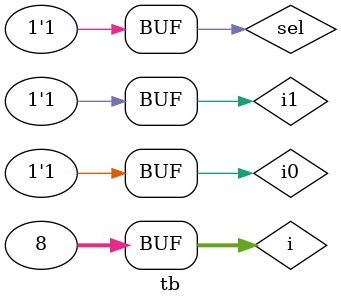
<source format=v>
module mux2by1(input i0,i1,sel, output y);
	assign y = sel?i1:i0;
endmodule

module tb();
	reg i0,i1,sel;
	wire y;
	integer i;
	mux2by1 m(i0,i1,sel,y);
	initial begin
		for(i=0;i<8;i=i+1) begin
			{i0,i1,sel} = i;
			#1;
		end
	end
endmodule

</source>
